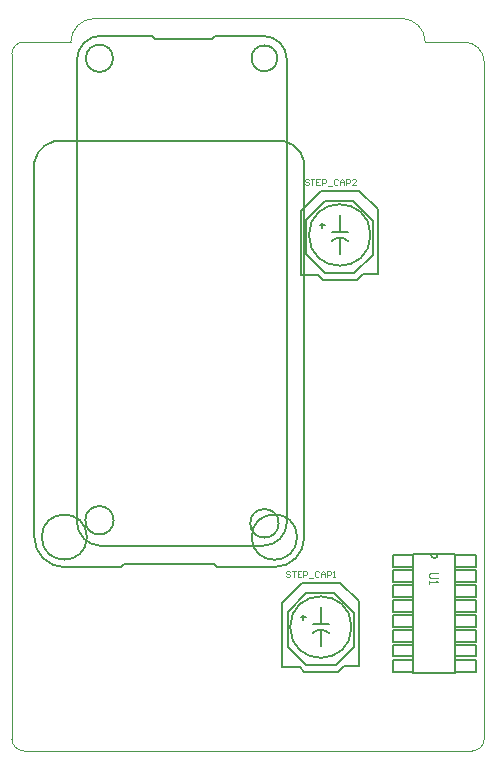
<source format=gm1>
G04*
G04 #@! TF.GenerationSoftware,Altium Limited,Altium Designer,20.1.14 (287)*
G04*
G04 Layer_Color=16711935*
%FSLAX43Y43*%
%MOMM*%
G71*
G04*
G04 #@! TF.SameCoordinates,2B19F274-0338-4189-8154-59E22298D11E*
G04*
G04*
G04 #@! TF.FilePolarity,Positive*
G04*
G01*
G75*
%ADD11C,0.127*%
%ADD67C,0.000*%
%ADD68C,0.100*%
D11*
X30362Y43663D02*
G03*
X30362Y43663I-2600J0D01*
G01*
X28473Y43134D02*
G03*
X27051Y43134I-711J-711D01*
G01*
X35465Y16612D02*
G03*
X36074Y16612I305J0D01*
G01*
X6354Y18085D02*
G03*
X6354Y18085I-1909J0D01*
G01*
X24147D02*
G03*
X24147Y18085I-1922J0D01*
G01*
X24765Y49835D02*
G03*
X22225Y51613I-2159J-381D01*
G01*
X4445D02*
G03*
X1905Y49835I-381J-2159D01*
G01*
Y18085D02*
G03*
X4445Y15545I2540J0D01*
G01*
X22225D02*
G03*
X24765Y18085I0J2540D01*
G01*
X22592Y19253D02*
G03*
X22592Y19253I-1205J0D01*
G01*
X8615Y19507D02*
G03*
X8615Y19507I-1198J0D01*
G01*
X8567Y58623D02*
G03*
X8567Y58623I-1150J0D01*
G01*
X22479D02*
G03*
X22479Y58623I-1092J0D01*
G01*
X23292Y58496D02*
G03*
X21260Y60528I-2032J0D01*
G01*
Y17348D02*
G03*
X23292Y19380I0J2032D01*
G01*
X5512D02*
G03*
X7544Y17348I2032J0D01*
G01*
Y60528D02*
G03*
X5512Y58496I0J-2032D01*
G01*
X28762Y10465D02*
G03*
X28762Y10465I-2600J0D01*
G01*
X26873Y9936D02*
G03*
X25451Y9936I-711J-711D01*
G01*
X24460Y40284D02*
X25959D01*
X24460D02*
Y45695D01*
X29743Y40386D02*
X30988D01*
Y41986D02*
Y45847D01*
X26365Y39878D02*
X29235D01*
X25959Y40284D02*
X26365Y39878D01*
X27762Y43993D02*
Y45339D01*
X27076Y43903D02*
X27762D01*
X28448D01*
X27762Y42062D02*
Y43409D01*
X26060Y44475D02*
X26518D01*
X26289Y44247D02*
Y44704D01*
X24943Y44933D02*
X26543Y46533D01*
X28905D02*
X30556Y44882D01*
X29007Y40411D02*
X30556Y41961D01*
X24943Y42012D02*
X26543Y40411D01*
X24943Y42012D02*
Y44933D01*
X30556Y41961D02*
Y44882D01*
X24460Y45695D02*
X25733Y46967D01*
X26178Y47413D01*
X29235Y39878D02*
X29743Y40386D01*
X30988D02*
Y41199D01*
Y41986D01*
X26543Y40411D02*
X29007D01*
X26543Y46533D02*
X28905D01*
X29422Y47413D02*
X30988Y45847D01*
X26178Y47413D02*
X29422D01*
X33992Y6604D02*
Y16612D01*
X35465D01*
X36074D01*
X37548D01*
Y6604D02*
Y16612D01*
X33992Y6604D02*
X37548D01*
X32239Y16535D02*
X33941D01*
X32239Y15570D02*
Y16535D01*
Y15570D02*
X33941D01*
X32239Y15265D02*
X33941D01*
X32239Y14300D02*
Y15265D01*
Y14300D02*
X33941D01*
X32239Y13995D02*
X33941D01*
X32239Y13030D02*
Y13995D01*
Y13030D02*
X33941D01*
X32239Y12725D02*
X33941D01*
X32239Y11760D02*
Y12725D01*
Y11760D02*
X33941D01*
X32239Y11455D02*
X33941D01*
X32239Y10490D02*
Y11455D01*
Y10490D02*
X33941D01*
X32239Y10185D02*
X33941D01*
X32239Y9220D02*
Y10185D01*
Y9220D02*
X33941D01*
X32239Y8941D02*
X33941D01*
X32239Y7976D02*
Y8941D01*
Y7976D02*
X33941D01*
X32239Y7645D02*
X33941D01*
X32239Y6680D02*
Y7645D01*
Y6680D02*
X33941D01*
X37598D02*
X39300D01*
Y7645D01*
X37598D02*
X39300D01*
X37598Y7976D02*
X39300D01*
Y8941D01*
X37598D02*
X39300D01*
X37598Y9220D02*
X39300D01*
Y10185D01*
X37598D02*
X39300D01*
X37598Y10490D02*
X39300D01*
Y11455D01*
X37598D02*
X39300D01*
X37598Y11760D02*
X39300D01*
Y12725D01*
X37598D02*
X39300D01*
X37598Y13030D02*
X39300D01*
Y13995D01*
X37598D02*
X39300D01*
X37598Y14300D02*
X39300D01*
Y15265D01*
X37598D02*
X39300D01*
X37598Y15570D02*
X39300D01*
Y16535D01*
X37598D02*
X39300D01*
X4445Y51613D02*
X22225D01*
X1905Y18085D02*
Y49835D01*
X4445Y15545D02*
X9271D01*
X9525Y15799D01*
X17145D01*
X17399Y15545D01*
X22225D01*
X24765Y18085D02*
Y49835D01*
X23292Y19380D02*
Y58496D01*
X7544Y17348D02*
X21260D01*
X5512Y19380D02*
Y58496D01*
X7544Y60528D02*
X11862D01*
X12116Y60274D01*
X16942D01*
X17196Y60528D01*
X21260D01*
X22860Y7087D02*
X24359D01*
X22860D02*
Y12497D01*
X28143Y7188D02*
X29388D01*
Y8788D02*
Y12649D01*
X24765Y6680D02*
X27635D01*
X24359Y7087D02*
X24765Y6680D01*
X26162Y10795D02*
Y12141D01*
X25476Y10705D02*
X26162D01*
X26848D01*
X26162Y8865D02*
Y10211D01*
X24460Y11278D02*
X24917D01*
X24689Y11049D02*
Y11506D01*
X23343Y11735D02*
X24943Y13335D01*
X27305D02*
X28956Y11684D01*
X27407Y7214D02*
X28956Y8763D01*
X23343Y8814D02*
X24943Y7214D01*
X23343Y8814D02*
Y11735D01*
X28956Y8763D02*
Y11684D01*
X22860Y12497D02*
X24133Y13769D01*
X24578Y14215D01*
X27635Y6680D02*
X28143Y7188D01*
X29388D02*
Y8001D01*
Y8788D01*
X24943Y7214D02*
X27407D01*
X24943Y13335D02*
X27305D01*
X27822Y14215D02*
X29388Y12649D01*
X24578Y14215D02*
X27822D01*
D67*
X0Y1000D02*
G03*
X1000Y0I1000J0D01*
G01*
X39000D02*
G03*
X40000Y1000I0J1000D01*
G01*
X35000Y60000D02*
G03*
X33000Y62000I-2000J0D01*
G01*
X7000D02*
G03*
X5000Y60000I0J-2000D01*
G01*
X1000D02*
G03*
X0Y59000I0J-1000D01*
G01*
X40000Y58293D02*
G03*
X38293Y60000I-1707J-0D01*
G01*
X7000Y62000D02*
X33000D01*
X1000Y60000D02*
X5000D01*
X35000D02*
X38293D01*
X40000Y1000D02*
Y58293D01*
X1000Y0D02*
X39000D01*
X0Y1000D02*
Y59000D01*
D68*
X36061Y15064D02*
X35478D01*
X35362Y14947D01*
Y14714D01*
X35478Y14597D01*
X36061D01*
X35362Y14364D02*
Y14131D01*
Y14247D01*
X36061D01*
X35945Y14364D01*
X23522Y15154D02*
X23439Y15237D01*
X23272D01*
X23189Y15154D01*
Y15071D01*
X23272Y14987D01*
X23439D01*
X23522Y14904D01*
Y14821D01*
X23439Y14738D01*
X23272D01*
X23189Y14821D01*
X23688Y15237D02*
X24022D01*
X23855D01*
Y14738D01*
X24521Y15237D02*
X24188D01*
Y14738D01*
X24521D01*
X24188Y14987D02*
X24355D01*
X24688Y14738D02*
Y15237D01*
X24938D01*
X25021Y15154D01*
Y14987D01*
X24938Y14904D01*
X24688D01*
X25188Y14654D02*
X25521D01*
X26021Y15154D02*
X25938Y15237D01*
X25771D01*
X25688Y15154D01*
Y14821D01*
X25771Y14738D01*
X25938D01*
X26021Y14821D01*
X26188Y14738D02*
Y15071D01*
X26354Y15237D01*
X26521Y15071D01*
Y14738D01*
Y14987D01*
X26188D01*
X26687Y14738D02*
Y15237D01*
X26937D01*
X27021Y15154D01*
Y14987D01*
X26937Y14904D01*
X26687D01*
X27187Y14738D02*
X27354D01*
X27271D01*
Y15237D01*
X27187Y15154D01*
X25122Y48352D02*
X25039Y48435D01*
X24872D01*
X24789Y48352D01*
Y48269D01*
X24872Y48185D01*
X25039D01*
X25122Y48102D01*
Y48019D01*
X25039Y47935D01*
X24872D01*
X24789Y48019D01*
X25289Y48435D02*
X25622D01*
X25455D01*
Y47935D01*
X26122Y48435D02*
X25788D01*
Y47935D01*
X26122D01*
X25788Y48185D02*
X25955D01*
X26288Y47935D02*
Y48435D01*
X26538D01*
X26622Y48352D01*
Y48185D01*
X26538Y48102D01*
X26288D01*
X26788Y47852D02*
X27121D01*
X27621Y48352D02*
X27538Y48435D01*
X27371D01*
X27288Y48352D01*
Y48019D01*
X27371Y47935D01*
X27538D01*
X27621Y48019D01*
X27788Y47935D02*
Y48269D01*
X27954Y48435D01*
X28121Y48269D01*
Y47935D01*
Y48185D01*
X27788D01*
X28288Y47935D02*
Y48435D01*
X28538D01*
X28621Y48352D01*
Y48185D01*
X28538Y48102D01*
X28288D01*
X29121Y47935D02*
X28787D01*
X29121Y48269D01*
Y48352D01*
X29037Y48435D01*
X28871D01*
X28787Y48352D01*
M02*

</source>
